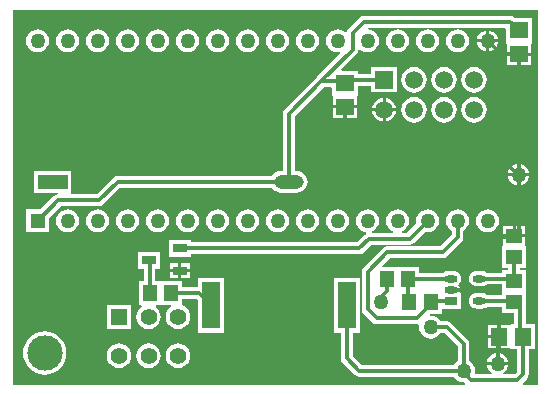
<source format=gbl>
%FSLAX25Y25*%
%MOIN*%
G70*
G01*
G75*
G04 Layer_Physical_Order=2*
G04 Layer_Color=16711680*
%ADD10R,0.04724X0.05512*%
%ADD11R,0.04724X0.04724*%
%ADD12O,0.03937X0.01181*%
%ADD13R,0.03937X0.01181*%
%ADD14R,0.05906X0.05512*%
%ADD15R,0.02992X0.04724*%
%ADD16R,0.05512X0.05906*%
%ADD17C,0.01300*%
%ADD18C,0.01000*%
%ADD19C,0.11811*%
%ADD20R,0.05906X0.05906*%
%ADD21C,0.05906*%
%ADD22R,0.09843X0.04724*%
%ADD23O,0.09843X0.04724*%
%ADD24R,0.05000X0.05000*%
%ADD25C,0.05000*%
%ADD26C,0.05512*%
%ADD27R,0.05512X0.05512*%
%ADD28R,0.05512X0.04724*%
%ADD29R,0.05906X0.15748*%
%ADD30R,0.04724X0.02992*%
%ADD31O,0.04331X0.02559*%
%ADD32R,0.04331X0.02559*%
G36*
X177500Y2500D02*
X172519D01*
X172312Y3000D01*
X173843Y4531D01*
X174274Y5176D01*
X174425Y5937D01*
Y14247D01*
X176493D01*
Y22753D01*
X173488D01*
Y26294D01*
X173556D01*
Y33381D01*
Y40706D01*
X171488D01*
Y41295D01*
X173556D01*
Y48305D01*
X173556Y48426D01*
Y48619D01*
Y48619D01*
X173256Y48995D01*
Y49119D01*
Y51543D01*
X165744D01*
Y49119D01*
Y48995D01*
X165444Y48619D01*
Y48619D01*
Y48426D01*
X165444Y48305D01*
Y41295D01*
X167512D01*
Y40706D01*
X165444D01*
Y39856D01*
X160389D01*
X160044Y40121D01*
X159416Y40380D01*
X158743Y40469D01*
X156971D01*
X156298Y40380D01*
X155670Y40121D01*
X155131Y39707D01*
X154718Y39168D01*
X154458Y38541D01*
X154369Y37867D01*
X154458Y37194D01*
X154718Y36566D01*
X155131Y36028D01*
X155670Y35614D01*
X156298Y35354D01*
X156971Y35265D01*
X158743D01*
X159416Y35354D01*
X160044Y35614D01*
X160389Y35879D01*
X165444D01*
Y33381D01*
Y32375D01*
X160389D01*
X160044Y32640D01*
X159416Y32900D01*
X158743Y32989D01*
X156971D01*
X156298Y32900D01*
X155670Y32640D01*
X155131Y32227D01*
X154718Y31688D01*
X154458Y31060D01*
X154369Y30387D01*
X154458Y29713D01*
X154718Y29086D01*
X155131Y28547D01*
X155670Y28134D01*
X156298Y27874D01*
X156971Y27785D01*
X158743D01*
X159416Y27874D01*
X160044Y28134D01*
X160389Y28399D01*
X165444D01*
Y26294D01*
X169512D01*
Y23106D01*
X169158Y22753D01*
X168695D01*
X168574Y22753D01*
X168381D01*
X168381D01*
X168005Y22453D01*
X167881D01*
X165063D01*
Y18500D01*
Y14547D01*
X167881D01*
X168005D01*
X168381Y14247D01*
X168381D01*
X168574D01*
X168695Y14247D01*
X170449D01*
Y6761D01*
X169676Y5988D01*
X165964D01*
X165837Y6279D01*
X165824Y6488D01*
X166496Y7004D01*
X167057Y7735D01*
X167410Y8586D01*
X167464Y9000D01*
X160536D01*
X160590Y8586D01*
X160943Y7735D01*
X161504Y7004D01*
X162176Y6488D01*
X162163Y6279D01*
X162036Y5988D01*
X156783D01*
X156381Y6488D01*
X156465Y7127D01*
X156335Y8119D01*
X155952Y9043D01*
X155343Y9837D01*
X154621Y10391D01*
Y16127D01*
X154470Y16888D01*
X154039Y17533D01*
X148538Y23033D01*
X147894Y23464D01*
X147133Y23615D01*
X144897D01*
X144343Y24337D01*
X143549Y24946D01*
X142625Y25329D01*
X141692Y25452D01*
X141555Y25627D01*
X141412Y25935D01*
X141501Y26071D01*
X145338D01*
Y27807D01*
X151874D01*
Y32966D01*
X151816D01*
X151487Y33466D01*
X151519Y33627D01*
X148408D01*
Y34627D01*
X151519D01*
X151441Y35017D01*
X150937Y35770D01*
X151234Y36158D01*
X151547Y36566D01*
X151807Y37194D01*
X151896Y37867D01*
X151807Y38541D01*
X151547Y39168D01*
X151134Y39707D01*
X150595Y40121D01*
X149968Y40380D01*
X149294Y40469D01*
X147522D01*
X146849Y40380D01*
X146221Y40121D01*
X145876Y39856D01*
X137838D01*
Y41683D01*
X125654D01*
X125462Y42145D01*
X127956Y44639D01*
X145633D01*
X146394Y44790D01*
X147038Y45221D01*
X152039Y50221D01*
X152470Y50866D01*
X152621Y51627D01*
Y53863D01*
X153343Y54417D01*
X153952Y55211D01*
X154335Y56135D01*
X154465Y57127D01*
X154335Y58119D01*
X153952Y59044D01*
X153343Y59837D01*
X152549Y60446D01*
X151625Y60829D01*
X150633Y60960D01*
X149641Y60829D01*
X148716Y60446D01*
X147923Y59837D01*
X147313Y59044D01*
X146931Y58119D01*
X146800Y57127D01*
X146931Y56135D01*
X147313Y55211D01*
X147923Y54417D01*
X148644Y53863D01*
Y52451D01*
X144809Y48615D01*
X127133D01*
X126372Y48464D01*
X125727Y48033D01*
X119227Y41533D01*
X118796Y40888D01*
X118644Y40127D01*
Y27627D01*
X118796Y26866D01*
X119227Y26221D01*
X122227Y23221D01*
X122872Y22790D01*
X123633Y22639D01*
X136965D01*
X137466Y22739D01*
X137895Y22347D01*
X137800Y21627D01*
X137931Y20635D01*
X138313Y19711D01*
X138923Y18917D01*
X139716Y18308D01*
X140641Y17925D01*
X141633Y17794D01*
X142625Y17925D01*
X143549Y18308D01*
X144343Y18917D01*
X144897Y19639D01*
X146309D01*
X150645Y15304D01*
Y10391D01*
X149923Y9837D01*
X149369Y9115D01*
X118696D01*
X115764Y12048D01*
Y19826D01*
X118028D01*
Y38174D01*
X109523D01*
Y19826D01*
X111787D01*
Y11224D01*
X111939Y10464D01*
X112370Y9819D01*
X116467Y5721D01*
X117112Y5290D01*
X117873Y5139D01*
X149369D01*
X149923Y4417D01*
X150716Y3808D01*
X151641Y3425D01*
X152633Y3294D01*
X152859Y3324D01*
X153177Y2972D01*
X152981Y2500D01*
X2500D01*
Y127500D01*
X177500D01*
Y2500D01*
D02*
G37*
%LPC*%
G36*
X50633Y60960D02*
X49641Y60829D01*
X48716Y60446D01*
X47923Y59837D01*
X47313Y59044D01*
X46931Y58119D01*
X46800Y57127D01*
X46931Y56135D01*
X47313Y55211D01*
X47923Y54417D01*
X48716Y53808D01*
X49641Y53425D01*
X50633Y53294D01*
X51625Y53425D01*
X52549Y53808D01*
X53343Y54417D01*
X53952Y55211D01*
X54335Y56135D01*
X54465Y57127D01*
X54335Y58119D01*
X53952Y59044D01*
X53343Y59837D01*
X52549Y60446D01*
X51625Y60829D01*
X50633Y60960D01*
D02*
G37*
G36*
X60633D02*
X59641Y60829D01*
X58716Y60446D01*
X57923Y59837D01*
X57313Y59044D01*
X56931Y58119D01*
X56800Y57127D01*
X56931Y56135D01*
X57313Y55211D01*
X57923Y54417D01*
X58716Y53808D01*
X59641Y53425D01*
X60633Y53294D01*
X61625Y53425D01*
X62549Y53808D01*
X63343Y54417D01*
X63952Y55211D01*
X64335Y56135D01*
X64465Y57127D01*
X64335Y58119D01*
X63952Y59044D01*
X63343Y59837D01*
X62549Y60446D01*
X61625Y60829D01*
X60633Y60960D01*
D02*
G37*
G36*
X70633D02*
X69641Y60829D01*
X68716Y60446D01*
X67923Y59837D01*
X67313Y59044D01*
X66931Y58119D01*
X66800Y57127D01*
X66931Y56135D01*
X67313Y55211D01*
X67923Y54417D01*
X68716Y53808D01*
X69641Y53425D01*
X70633Y53294D01*
X71625Y53425D01*
X72549Y53808D01*
X73343Y54417D01*
X73952Y55211D01*
X74335Y56135D01*
X74465Y57127D01*
X74335Y58119D01*
X73952Y59044D01*
X73343Y59837D01*
X72549Y60446D01*
X71625Y60829D01*
X70633Y60960D01*
D02*
G37*
G36*
X40633D02*
X39641Y60829D01*
X38716Y60446D01*
X37922Y59837D01*
X37313Y59044D01*
X36931Y58119D01*
X36800Y57127D01*
X36931Y56135D01*
X37313Y55211D01*
X37922Y54417D01*
X38716Y53808D01*
X39641Y53425D01*
X40633Y53294D01*
X41625Y53425D01*
X42549Y53808D01*
X43343Y54417D01*
X43952Y55211D01*
X44335Y56135D01*
X44465Y57127D01*
X44335Y58119D01*
X43952Y59044D01*
X43343Y59837D01*
X42549Y60446D01*
X41625Y60829D01*
X40633Y60960D01*
D02*
G37*
G36*
X140633D02*
X139641Y60829D01*
X138716Y60446D01*
X137923Y59837D01*
X137313Y59044D01*
X136931Y58119D01*
X136800Y57127D01*
X136919Y56225D01*
X133809Y53115D01*
X132184D01*
X132084Y53615D01*
X132549Y53808D01*
X133343Y54417D01*
X133952Y55211D01*
X134335Y56135D01*
X134465Y57127D01*
X134335Y58119D01*
X133952Y59044D01*
X133343Y59837D01*
X132549Y60446D01*
X131625Y60829D01*
X130633Y60960D01*
X129641Y60829D01*
X128716Y60446D01*
X127922Y59837D01*
X127313Y59044D01*
X126930Y58119D01*
X126800Y57127D01*
X126930Y56135D01*
X127313Y55211D01*
X127922Y54417D01*
X128716Y53808D01*
X129181Y53615D01*
X129081Y53115D01*
X122184D01*
X122084Y53615D01*
X122549Y53808D01*
X123343Y54417D01*
X123952Y55211D01*
X124335Y56135D01*
X124465Y57127D01*
X124335Y58119D01*
X123952Y59044D01*
X123343Y59837D01*
X122549Y60446D01*
X121625Y60829D01*
X120633Y60960D01*
X119641Y60829D01*
X118716Y60446D01*
X117922Y59837D01*
X117313Y59044D01*
X116930Y58119D01*
X116800Y57127D01*
X116930Y56135D01*
X117313Y55211D01*
X117922Y54417D01*
X118716Y53808D01*
X119641Y53425D01*
X120071Y53368D01*
X120193Y52848D01*
X119721Y52533D01*
X117113Y49925D01*
X61674D01*
Y50733D01*
X54350D01*
Y45141D01*
X61674D01*
Y45949D01*
X117937D01*
X118698Y46100D01*
X119343Y46531D01*
X121951Y49139D01*
X134633D01*
X135394Y49290D01*
X136038Y49721D01*
X139730Y53413D01*
X140633Y53294D01*
X141625Y53425D01*
X142549Y53808D01*
X143343Y54417D01*
X143952Y55211D01*
X144335Y56135D01*
X144465Y57127D01*
X144335Y58119D01*
X143952Y59044D01*
X143343Y59837D01*
X142549Y60446D01*
X141625Y60829D01*
X140633Y60960D01*
D02*
G37*
G36*
X20633D02*
X19641Y60829D01*
X18716Y60446D01*
X17922Y59837D01*
X17313Y59044D01*
X16930Y58119D01*
X16800Y57127D01*
X16930Y56135D01*
X17313Y55211D01*
X17922Y54417D01*
X18716Y53808D01*
X19641Y53425D01*
X20633Y53294D01*
X21625Y53425D01*
X22549Y53808D01*
X23343Y54417D01*
X23952Y55211D01*
X24335Y56135D01*
X24465Y57127D01*
X24335Y58119D01*
X23952Y59044D01*
X23343Y59837D01*
X22549Y60446D01*
X21625Y60829D01*
X20633Y60960D01*
D02*
G37*
G36*
X30633D02*
X29641Y60829D01*
X28716Y60446D01*
X27922Y59837D01*
X27313Y59044D01*
X26930Y58119D01*
X26800Y57127D01*
X26930Y56135D01*
X27313Y55211D01*
X27922Y54417D01*
X28716Y53808D01*
X29641Y53425D01*
X30633Y53294D01*
X31625Y53425D01*
X32549Y53808D01*
X33343Y54417D01*
X33952Y55211D01*
X34335Y56135D01*
X34465Y57127D01*
X34335Y58119D01*
X33952Y59044D01*
X33343Y59837D01*
X32549Y60446D01*
X31625Y60829D01*
X30633Y60960D01*
D02*
G37*
G36*
X80633D02*
X79641Y60829D01*
X78716Y60446D01*
X77922Y59837D01*
X77313Y59044D01*
X76930Y58119D01*
X76800Y57127D01*
X76930Y56135D01*
X77313Y55211D01*
X77922Y54417D01*
X78716Y53808D01*
X79641Y53425D01*
X80633Y53294D01*
X81625Y53425D01*
X82549Y53808D01*
X83343Y54417D01*
X83952Y55211D01*
X84335Y56135D01*
X84465Y57127D01*
X84335Y58119D01*
X83952Y59044D01*
X83343Y59837D01*
X82549Y60446D01*
X81625Y60829D01*
X80633Y60960D01*
D02*
G37*
G36*
X170500Y72000D02*
X167536D01*
X167590Y71586D01*
X167943Y70735D01*
X168504Y70004D01*
X169235Y69443D01*
X170086Y69090D01*
X170500Y69036D01*
Y72000D01*
D02*
G37*
G36*
X174464D02*
X171500D01*
Y69036D01*
X171914Y69090D01*
X172765Y69443D01*
X173496Y70004D01*
X174057Y70735D01*
X174410Y71586D01*
X174464Y72000D01*
D02*
G37*
G36*
X170500Y75964D02*
X170086Y75910D01*
X169235Y75557D01*
X168504Y74996D01*
X167943Y74265D01*
X167590Y73414D01*
X167536Y73000D01*
X170500D01*
Y75964D01*
D02*
G37*
G36*
X160633Y60960D02*
X159641Y60829D01*
X158716Y60446D01*
X157922Y59837D01*
X157313Y59044D01*
X156930Y58119D01*
X156800Y57127D01*
X156930Y56135D01*
X157313Y55211D01*
X157922Y54417D01*
X158716Y53808D01*
X159641Y53425D01*
X160633Y53294D01*
X161625Y53425D01*
X162549Y53808D01*
X163343Y54417D01*
X163952Y55211D01*
X164335Y56135D01*
X164465Y57127D01*
X164335Y58119D01*
X163952Y59044D01*
X163343Y59837D01*
X162549Y60446D01*
X161625Y60829D01*
X160633Y60960D01*
D02*
G37*
G36*
X90633D02*
X89641Y60829D01*
X88716Y60446D01*
X87923Y59837D01*
X87313Y59044D01*
X86931Y58119D01*
X86800Y57127D01*
X86931Y56135D01*
X87313Y55211D01*
X87923Y54417D01*
X88716Y53808D01*
X89641Y53425D01*
X90633Y53294D01*
X91625Y53425D01*
X92549Y53808D01*
X93343Y54417D01*
X93952Y55211D01*
X94335Y56135D01*
X94465Y57127D01*
X94335Y58119D01*
X93952Y59044D01*
X93343Y59837D01*
X92549Y60446D01*
X91625Y60829D01*
X90633Y60960D01*
D02*
G37*
G36*
X100633D02*
X99641Y60829D01*
X98716Y60446D01*
X97922Y59837D01*
X97313Y59044D01*
X96930Y58119D01*
X96800Y57127D01*
X96930Y56135D01*
X97313Y55211D01*
X97922Y54417D01*
X98716Y53808D01*
X99641Y53425D01*
X100633Y53294D01*
X101625Y53425D01*
X102549Y53808D01*
X103343Y54417D01*
X103952Y55211D01*
X104335Y56135D01*
X104465Y57127D01*
X104335Y58119D01*
X103952Y59044D01*
X103343Y59837D01*
X102549Y60446D01*
X101625Y60829D01*
X100633Y60960D01*
D02*
G37*
G36*
X110633D02*
X109641Y60829D01*
X108716Y60446D01*
X107922Y59837D01*
X107313Y59044D01*
X106930Y58119D01*
X106800Y57127D01*
X106930Y56135D01*
X107313Y55211D01*
X107922Y54417D01*
X108716Y53808D01*
X109641Y53425D01*
X110633Y53294D01*
X111625Y53425D01*
X112549Y53808D01*
X113343Y54417D01*
X113952Y55211D01*
X114335Y56135D01*
X114465Y57127D01*
X114335Y58119D01*
X113952Y59044D01*
X113343Y59837D01*
X112549Y60446D01*
X111625Y60829D01*
X110633Y60960D01*
D02*
G37*
G36*
X173256Y55405D02*
X170000D01*
Y52543D01*
X173256D01*
Y55405D01*
D02*
G37*
G36*
X163500Y12964D02*
X163086Y12910D01*
X162235Y12557D01*
X161504Y11996D01*
X160943Y11265D01*
X160590Y10414D01*
X160536Y10000D01*
X163500D01*
Y12964D01*
D02*
G37*
G36*
X164500D02*
Y10000D01*
X167464D01*
X167410Y10414D01*
X167057Y11265D01*
X166496Y11996D01*
X165765Y12557D01*
X164914Y12910D01*
X164500Y12964D01*
D02*
G37*
G36*
X164063Y18000D02*
X160807D01*
Y14547D01*
X164063D01*
Y18000D01*
D02*
G37*
G36*
X57475Y16222D02*
X56416Y16083D01*
X55430Y15674D01*
X54583Y15024D01*
X53932Y14177D01*
X53524Y13190D01*
X53384Y12131D01*
X53524Y11072D01*
X53932Y10086D01*
X54583Y9238D01*
X55430Y8588D01*
X56416Y8180D01*
X57475Y8040D01*
X58534Y8180D01*
X59521Y8588D01*
X60368Y9238D01*
X61018Y10086D01*
X61427Y11072D01*
X61566Y12131D01*
X61427Y13190D01*
X61018Y14177D01*
X60368Y15024D01*
X59521Y15674D01*
X58534Y16083D01*
X57475Y16222D01*
D02*
G37*
G36*
X13000Y20240D02*
X11587Y20101D01*
X10229Y19689D01*
X8978Y19020D01*
X7880Y18120D01*
X6980Y17022D01*
X6311Y15771D01*
X5899Y14412D01*
X5760Y13000D01*
X5899Y11587D01*
X6311Y10229D01*
X6980Y8978D01*
X7880Y7880D01*
X8978Y6980D01*
X10229Y6311D01*
X11587Y5899D01*
X13000Y5760D01*
X14412Y5899D01*
X15771Y6311D01*
X17022Y6980D01*
X18120Y7880D01*
X19020Y8978D01*
X19689Y10229D01*
X20101Y11587D01*
X20240Y13000D01*
X20101Y14412D01*
X19689Y15771D01*
X19020Y17022D01*
X18120Y18120D01*
X17022Y19020D01*
X15771Y19689D01*
X14412Y20101D01*
X13000Y20240D01*
D02*
G37*
G36*
X37790Y16222D02*
X36731Y16083D01*
X35745Y15674D01*
X34897Y15024D01*
X34247Y14177D01*
X33838Y13190D01*
X33699Y12131D01*
X33838Y11072D01*
X34247Y10086D01*
X34897Y9238D01*
X35745Y8588D01*
X36731Y8180D01*
X37790Y8040D01*
X38849Y8180D01*
X39836Y8588D01*
X40683Y9238D01*
X41333Y10086D01*
X41742Y11072D01*
X41881Y12131D01*
X41742Y13190D01*
X41333Y14177D01*
X40683Y15024D01*
X39836Y15674D01*
X38849Y16083D01*
X37790Y16222D01*
D02*
G37*
G36*
X47633D02*
X46574Y16083D01*
X45587Y15674D01*
X44740Y15024D01*
X44090Y14177D01*
X43681Y13190D01*
X43542Y12131D01*
X43681Y11072D01*
X44090Y10086D01*
X44740Y9238D01*
X45587Y8588D01*
X46574Y8180D01*
X47633Y8040D01*
X48691Y8180D01*
X49678Y8588D01*
X50525Y9238D01*
X51175Y10086D01*
X51584Y11072D01*
X51724Y12131D01*
X51584Y13190D01*
X51175Y14177D01*
X50525Y15024D01*
X49678Y15674D01*
X48691Y16083D01*
X47633Y16222D01*
D02*
G37*
G36*
X164063Y22453D02*
X160807D01*
Y19000D01*
X164063D01*
Y22453D01*
D02*
G37*
G36*
X57512Y42953D02*
X54650D01*
Y40957D01*
X57512D01*
Y42953D01*
D02*
G37*
G36*
X61374D02*
X58512D01*
Y40957D01*
X61374D01*
Y42953D01*
D02*
G37*
G36*
X169000Y55405D02*
X165744D01*
Y52543D01*
X169000D01*
Y55405D01*
D02*
G37*
G36*
X61374Y39957D02*
X58512D01*
Y37960D01*
X61374D01*
Y39957D01*
D02*
G37*
G36*
X51438Y46796D02*
X44113D01*
Y41204D01*
X45968D01*
Y37056D01*
X44294D01*
Y28944D01*
X45128D01*
X45298Y28444D01*
X44740Y28016D01*
X44090Y27169D01*
X43681Y26182D01*
X43542Y25123D01*
X43681Y24064D01*
X44090Y23078D01*
X44740Y22230D01*
X45587Y21580D01*
X46574Y21172D01*
X47633Y21032D01*
X48691Y21172D01*
X49678Y21580D01*
X50525Y22230D01*
X51175Y23078D01*
X51584Y24064D01*
X51724Y25123D01*
X51584Y26182D01*
X51175Y27169D01*
X50525Y28016D01*
X49967Y28444D01*
X50137Y28944D01*
X54971D01*
X55141Y28444D01*
X54583Y28016D01*
X53932Y27169D01*
X53524Y26182D01*
X53384Y25123D01*
X53524Y24064D01*
X53932Y23078D01*
X54583Y22230D01*
X55430Y21580D01*
X56416Y21172D01*
X57475Y21032D01*
X58534Y21172D01*
X59521Y21580D01*
X60368Y22230D01*
X61018Y23078D01*
X61427Y24064D01*
X61566Y25123D01*
X61427Y26182D01*
X61018Y27169D01*
X60368Y28016D01*
X59521Y28666D01*
X58706Y29004D01*
Y31012D01*
X63677D01*
X64247Y30441D01*
Y19826D01*
X72753D01*
Y38174D01*
X64247D01*
Y34988D01*
X58706D01*
Y37056D01*
X49945D01*
Y41204D01*
X51438D01*
Y46796D01*
D02*
G37*
G36*
X41846Y29179D02*
X33734D01*
Y21067D01*
X41846D01*
Y29179D01*
D02*
G37*
G36*
X57512Y39957D02*
X54650D01*
Y37960D01*
X57512D01*
Y39957D01*
D02*
G37*
G36*
X171500Y75964D02*
Y73000D01*
X174464D01*
X174410Y73414D01*
X174057Y74265D01*
X173496Y74996D01*
X172765Y75557D01*
X171914Y75910D01*
X171500Y75964D01*
D02*
G37*
G36*
X70633Y120960D02*
X69641Y120829D01*
X68716Y120446D01*
X67923Y119837D01*
X67313Y119044D01*
X66931Y118119D01*
X66800Y117127D01*
X66931Y116135D01*
X67313Y115211D01*
X67923Y114417D01*
X68716Y113808D01*
X69641Y113425D01*
X70633Y113294D01*
X71625Y113425D01*
X72549Y113808D01*
X73343Y114417D01*
X73952Y115211D01*
X74335Y116135D01*
X74465Y117127D01*
X74335Y118119D01*
X73952Y119044D01*
X73343Y119837D01*
X72549Y120446D01*
X71625Y120829D01*
X70633Y120960D01*
D02*
G37*
G36*
X60633D02*
X59641Y120829D01*
X58716Y120446D01*
X57923Y119837D01*
X57313Y119044D01*
X56931Y118119D01*
X56800Y117127D01*
X56931Y116135D01*
X57313Y115211D01*
X57923Y114417D01*
X58716Y113808D01*
X59641Y113425D01*
X60633Y113294D01*
X61625Y113425D01*
X62549Y113808D01*
X63343Y114417D01*
X63952Y115211D01*
X64335Y116135D01*
X64465Y117127D01*
X64335Y118119D01*
X63952Y119044D01*
X63343Y119837D01*
X62549Y120446D01*
X61625Y120829D01*
X60633Y120960D01*
D02*
G37*
G36*
X90633D02*
X89641Y120829D01*
X88716Y120446D01*
X87923Y119837D01*
X87313Y119044D01*
X86931Y118119D01*
X86800Y117127D01*
X86931Y116135D01*
X87313Y115211D01*
X87923Y114417D01*
X88716Y113808D01*
X89641Y113425D01*
X90633Y113294D01*
X91625Y113425D01*
X92549Y113808D01*
X93343Y114417D01*
X93952Y115211D01*
X94335Y116135D01*
X94465Y117127D01*
X94335Y118119D01*
X93952Y119044D01*
X93343Y119837D01*
X92549Y120446D01*
X91625Y120829D01*
X90633Y120960D01*
D02*
G37*
G36*
X80633D02*
X79641Y120829D01*
X78716Y120446D01*
X77922Y119837D01*
X77313Y119044D01*
X76930Y118119D01*
X76800Y117127D01*
X76930Y116135D01*
X77313Y115211D01*
X77922Y114417D01*
X78716Y113808D01*
X79641Y113425D01*
X80633Y113294D01*
X81625Y113425D01*
X82549Y113808D01*
X83343Y114417D01*
X83952Y115211D01*
X84335Y116135D01*
X84465Y117127D01*
X84335Y118119D01*
X83952Y119044D01*
X83343Y119837D01*
X82549Y120446D01*
X81625Y120829D01*
X80633Y120960D01*
D02*
G37*
G36*
X30633D02*
X29641Y120829D01*
X28716Y120446D01*
X27922Y119837D01*
X27313Y119044D01*
X26930Y118119D01*
X26800Y117127D01*
X26930Y116135D01*
X27313Y115211D01*
X27922Y114417D01*
X28716Y113808D01*
X29641Y113425D01*
X30633Y113294D01*
X31625Y113425D01*
X32549Y113808D01*
X33343Y114417D01*
X33952Y115211D01*
X34335Y116135D01*
X34465Y117127D01*
X34335Y118119D01*
X33952Y119044D01*
X33343Y119837D01*
X32549Y120446D01*
X31625Y120829D01*
X30633Y120960D01*
D02*
G37*
G36*
X20633D02*
X19641Y120829D01*
X18716Y120446D01*
X17922Y119837D01*
X17313Y119044D01*
X16930Y118119D01*
X16800Y117127D01*
X16930Y116135D01*
X17313Y115211D01*
X17922Y114417D01*
X18716Y113808D01*
X19641Y113425D01*
X20633Y113294D01*
X21625Y113425D01*
X22549Y113808D01*
X23343Y114417D01*
X23952Y115211D01*
X24335Y116135D01*
X24465Y117127D01*
X24335Y118119D01*
X23952Y119044D01*
X23343Y119837D01*
X22549Y120446D01*
X21625Y120829D01*
X20633Y120960D01*
D02*
G37*
G36*
X50633D02*
X49641Y120829D01*
X48716Y120446D01*
X47923Y119837D01*
X47313Y119044D01*
X46931Y118119D01*
X46800Y117127D01*
X46931Y116135D01*
X47313Y115211D01*
X47923Y114417D01*
X48716Y113808D01*
X49641Y113425D01*
X50633Y113294D01*
X51625Y113425D01*
X52549Y113808D01*
X53343Y114417D01*
X53952Y115211D01*
X54335Y116135D01*
X54465Y117127D01*
X54335Y118119D01*
X53952Y119044D01*
X53343Y119837D01*
X52549Y120446D01*
X51625Y120829D01*
X50633Y120960D01*
D02*
G37*
G36*
X40633D02*
X39641Y120829D01*
X38716Y120446D01*
X37922Y119837D01*
X37313Y119044D01*
X36931Y118119D01*
X36800Y117127D01*
X36931Y116135D01*
X37313Y115211D01*
X37922Y114417D01*
X38716Y113808D01*
X39641Y113425D01*
X40633Y113294D01*
X41625Y113425D01*
X42549Y113808D01*
X43343Y114417D01*
X43952Y115211D01*
X44335Y116135D01*
X44465Y117127D01*
X44335Y118119D01*
X43952Y119044D01*
X43343Y119837D01*
X42549Y120446D01*
X41625Y120829D01*
X40633Y120960D01*
D02*
G37*
G36*
X164097Y116627D02*
X161133D01*
Y113663D01*
X161546Y113717D01*
X162398Y114070D01*
X163129Y114631D01*
X163690Y115362D01*
X164043Y116213D01*
X164097Y116627D01*
D02*
G37*
G36*
X160133D02*
X157168D01*
X157223Y116213D01*
X157575Y115362D01*
X158136Y114631D01*
X158868Y114070D01*
X159719Y113717D01*
X160133Y113663D01*
Y116627D01*
D02*
G37*
G36*
X161133Y120591D02*
Y117627D01*
X164097D01*
X164043Y118041D01*
X163690Y118892D01*
X163129Y119623D01*
X162398Y120184D01*
X161546Y120537D01*
X161133Y120591D01*
D02*
G37*
G36*
X160133D02*
X159719Y120537D01*
X158868Y120184D01*
X158136Y119623D01*
X157575Y118892D01*
X157223Y118041D01*
X157168Y117627D01*
X160133D01*
Y120591D01*
D02*
G37*
G36*
X130633Y120960D02*
X129641Y120829D01*
X128716Y120446D01*
X127922Y119837D01*
X127313Y119044D01*
X126930Y118119D01*
X126800Y117127D01*
X126930Y116135D01*
X127313Y115211D01*
X127922Y114417D01*
X128716Y113808D01*
X129641Y113425D01*
X130633Y113294D01*
X131625Y113425D01*
X132549Y113808D01*
X133343Y114417D01*
X133952Y115211D01*
X134335Y116135D01*
X134465Y117127D01*
X134335Y118119D01*
X133952Y119044D01*
X133343Y119837D01*
X132549Y120446D01*
X131625Y120829D01*
X130633Y120960D01*
D02*
G37*
G36*
X100633D02*
X99641Y120829D01*
X98716Y120446D01*
X97922Y119837D01*
X97313Y119044D01*
X96930Y118119D01*
X96800Y117127D01*
X96930Y116135D01*
X97313Y115211D01*
X97922Y114417D01*
X98716Y113808D01*
X99641Y113425D01*
X100633Y113294D01*
X101625Y113425D01*
X102549Y113808D01*
X103343Y114417D01*
X103952Y115211D01*
X104335Y116135D01*
X104465Y117127D01*
X104335Y118119D01*
X103952Y119044D01*
X103343Y119837D01*
X102549Y120446D01*
X101625Y120829D01*
X100633Y120960D01*
D02*
G37*
G36*
X150633D02*
X149641Y120829D01*
X148716Y120446D01*
X147923Y119837D01*
X147313Y119044D01*
X146931Y118119D01*
X146800Y117127D01*
X146931Y116135D01*
X147313Y115211D01*
X147923Y114417D01*
X148716Y113808D01*
X149641Y113425D01*
X150633Y113294D01*
X151625Y113425D01*
X152549Y113808D01*
X153343Y114417D01*
X153952Y115211D01*
X154335Y116135D01*
X154465Y117127D01*
X154335Y118119D01*
X153952Y119044D01*
X153343Y119837D01*
X152549Y120446D01*
X151625Y120829D01*
X150633Y120960D01*
D02*
G37*
G36*
X140633D02*
X139641Y120829D01*
X138716Y120446D01*
X137923Y119837D01*
X137313Y119044D01*
X136931Y118119D01*
X136800Y117127D01*
X136931Y116135D01*
X137313Y115211D01*
X137923Y114417D01*
X138716Y113808D01*
X139641Y113425D01*
X140633Y113294D01*
X141625Y113425D01*
X142549Y113808D01*
X143343Y114417D01*
X143952Y115211D01*
X144335Y116135D01*
X144465Y117127D01*
X144335Y118119D01*
X143952Y119044D01*
X143343Y119837D01*
X142549Y120446D01*
X141625Y120829D01*
X140633Y120960D01*
D02*
G37*
G36*
X112633Y94690D02*
X109180D01*
Y91434D01*
X112633D01*
Y94690D01*
D02*
G37*
G36*
X130054Y93627D02*
X126633D01*
Y90206D01*
X127164Y90276D01*
X128126Y90674D01*
X128952Y91308D01*
X129585Y92134D01*
X129984Y93095D01*
X130054Y93627D01*
D02*
G37*
G36*
X125633Y98048D02*
X125101Y97978D01*
X124139Y97580D01*
X123313Y96946D01*
X122680Y96121D01*
X122282Y95159D01*
X122212Y94627D01*
X125633D01*
Y98048D01*
D02*
G37*
G36*
X117085Y94690D02*
X113633D01*
Y91434D01*
X117085D01*
Y94690D01*
D02*
G37*
G36*
X146133Y98417D02*
X145022Y98270D01*
X143988Y97842D01*
X143099Y97160D01*
X142418Y96272D01*
X141989Y95237D01*
X141843Y94127D01*
X141989Y93017D01*
X142418Y91982D01*
X143099Y91094D01*
X143988Y90412D01*
X145022Y89984D01*
X146133Y89838D01*
X147243Y89984D01*
X148277Y90412D01*
X149166Y91094D01*
X149847Y91982D01*
X150276Y93017D01*
X150422Y94127D01*
X150276Y95237D01*
X149847Y96272D01*
X149166Y97160D01*
X148277Y97842D01*
X147243Y98270D01*
X146133Y98417D01*
D02*
G37*
G36*
X136133D02*
X135022Y98270D01*
X133988Y97842D01*
X133099Y97160D01*
X132418Y96272D01*
X131989Y95237D01*
X131843Y94127D01*
X131989Y93017D01*
X132418Y91982D01*
X133099Y91094D01*
X133988Y90412D01*
X135022Y89984D01*
X136133Y89838D01*
X137243Y89984D01*
X138277Y90412D01*
X139166Y91094D01*
X139847Y91982D01*
X140276Y93017D01*
X140422Y94127D01*
X140276Y95237D01*
X139847Y96272D01*
X139166Y97160D01*
X138277Y97842D01*
X137243Y98270D01*
X136133Y98417D01*
D02*
G37*
G36*
X125633Y93627D02*
X122212D01*
X122282Y93095D01*
X122680Y92134D01*
X123313Y91308D01*
X124139Y90674D01*
X125101Y90276D01*
X125633Y90206D01*
Y93627D01*
D02*
G37*
G36*
X156133Y98417D02*
X155023Y98270D01*
X153988Y97842D01*
X153100Y97160D01*
X152418Y96272D01*
X151989Y95237D01*
X151843Y94127D01*
X151989Y93017D01*
X152418Y91982D01*
X153100Y91094D01*
X153988Y90412D01*
X155023Y89984D01*
X156133Y89838D01*
X157243Y89984D01*
X158277Y90412D01*
X159166Y91094D01*
X159847Y91982D01*
X160276Y93017D01*
X160422Y94127D01*
X160276Y95237D01*
X159847Y96272D01*
X159166Y97160D01*
X158277Y97842D01*
X157243Y98270D01*
X156133Y98417D01*
D02*
G37*
G36*
X175085Y112190D02*
X171633D01*
Y108934D01*
X175085D01*
Y112190D01*
D02*
G37*
G36*
X170633D02*
X167180D01*
Y108934D01*
X170633D01*
Y112190D01*
D02*
G37*
G36*
X10633Y120960D02*
X9641Y120829D01*
X8716Y120446D01*
X7923Y119837D01*
X7313Y119044D01*
X6931Y118119D01*
X6800Y117127D01*
X6931Y116135D01*
X7313Y115211D01*
X7923Y114417D01*
X8716Y113808D01*
X9641Y113425D01*
X10633Y113294D01*
X11625Y113425D01*
X12549Y113808D01*
X13343Y114417D01*
X13952Y115211D01*
X14335Y116135D01*
X14465Y117127D01*
X14335Y118119D01*
X13952Y119044D01*
X13343Y119837D01*
X12549Y120446D01*
X11625Y120829D01*
X10633Y120960D01*
D02*
G37*
G36*
X168197Y125488D02*
X119506D01*
X118745Y125337D01*
X118100Y124906D01*
X114227Y121033D01*
X113796Y120388D01*
X113745Y120134D01*
X113644Y120059D01*
X113198Y119948D01*
X112549Y120446D01*
X111625Y120829D01*
X110633Y120960D01*
X109641Y120829D01*
X108716Y120446D01*
X107922Y119837D01*
X107313Y119044D01*
X106930Y118119D01*
X106800Y117127D01*
X106930Y116135D01*
X107313Y115211D01*
X107922Y114417D01*
X108716Y113808D01*
X109641Y113425D01*
X110633Y113294D01*
X111379Y113393D01*
X111613Y112919D01*
X103727Y105033D01*
X92967Y94273D01*
X92536Y93628D01*
X92385Y92867D01*
Y73821D01*
X91814D01*
X90858Y73695D01*
X89967Y73326D01*
X89202Y72739D01*
X88723Y72115D01*
X37339D01*
X36579Y71964D01*
X35934Y71533D01*
X30389Y65988D01*
X21910D01*
X21854Y66465D01*
X21854Y66488D01*
Y73789D01*
X9411D01*
Y66465D01*
X17339D01*
X17388Y65965D01*
X16745Y65837D01*
X16100Y65406D01*
X11621Y60927D01*
X6833D01*
Y53327D01*
X14433D01*
Y58115D01*
X18329Y62012D01*
X31212D01*
X31973Y62163D01*
X32618Y62594D01*
X38163Y68139D01*
X88723D01*
X89202Y67515D01*
X89967Y66928D01*
X90858Y66559D01*
X91814Y66433D01*
X96932D01*
X97888Y66559D01*
X98779Y66928D01*
X99544Y67515D01*
X100131Y68280D01*
X100500Y69171D01*
X100626Y70127D01*
X100500Y71083D01*
X100131Y71974D01*
X99544Y72739D01*
X98779Y73326D01*
X97888Y73695D01*
X96932Y73821D01*
X96361D01*
Y92044D01*
X105956Y101639D01*
X108526D01*
X108880Y101285D01*
Y99322D01*
X108880Y99201D01*
Y99008D01*
Y99008D01*
X109180Y98633D01*
Y98508D01*
Y95690D01*
X117085D01*
Y98508D01*
Y98633D01*
X117385Y99008D01*
Y99008D01*
Y99201D01*
X117385Y99322D01*
Y102139D01*
X121880D01*
Y99874D01*
X130385D01*
Y108380D01*
X121880D01*
Y106115D01*
X117385D01*
Y107120D01*
X112091D01*
X111899Y107582D01*
X117039Y112721D01*
X117470Y113366D01*
X117604Y114044D01*
X117843Y114188D01*
X118121Y114265D01*
X118716Y113808D01*
X119641Y113425D01*
X120633Y113294D01*
X121625Y113425D01*
X122549Y113808D01*
X123343Y114417D01*
X123952Y115211D01*
X124335Y116135D01*
X124465Y117127D01*
X124335Y118119D01*
X123952Y119044D01*
X123343Y119837D01*
X122549Y120446D01*
X121625Y120829D01*
X120913Y120923D01*
X120647Y121442D01*
X120690Y121512D01*
X166526D01*
X166880Y121158D01*
Y116822D01*
X166880Y116701D01*
Y116508D01*
Y116508D01*
X167180Y116132D01*
Y116008D01*
Y113190D01*
X175085D01*
Y116008D01*
Y116132D01*
X175385Y116508D01*
Y116508D01*
Y116701D01*
X175385Y116822D01*
Y124620D01*
X169888D01*
X169603Y124906D01*
X168958Y125337D01*
X168197Y125488D01*
D02*
G37*
G36*
X136133Y108417D02*
X135022Y108270D01*
X133988Y107842D01*
X133099Y107160D01*
X132418Y106272D01*
X131989Y105237D01*
X131843Y104127D01*
X131989Y103017D01*
X132418Y101982D01*
X133099Y101094D01*
X133988Y100412D01*
X135022Y99984D01*
X136133Y99838D01*
X137243Y99984D01*
X138277Y100412D01*
X139166Y101094D01*
X139847Y101982D01*
X140276Y103017D01*
X140422Y104127D01*
X140276Y105237D01*
X139847Y106272D01*
X139166Y107160D01*
X138277Y107842D01*
X137243Y108270D01*
X136133Y108417D01*
D02*
G37*
G36*
X126633Y98048D02*
Y94627D01*
X130054D01*
X129984Y95159D01*
X129585Y96121D01*
X128952Y96946D01*
X128126Y97580D01*
X127164Y97978D01*
X126633Y98048D01*
D02*
G37*
G36*
X156133Y108417D02*
X155023Y108270D01*
X153988Y107842D01*
X153100Y107160D01*
X152418Y106272D01*
X151989Y105237D01*
X151843Y104127D01*
X151989Y103017D01*
X152418Y101982D01*
X153100Y101094D01*
X153988Y100412D01*
X155023Y99984D01*
X156133Y99838D01*
X157243Y99984D01*
X158277Y100412D01*
X159166Y101094D01*
X159847Y101982D01*
X160276Y103017D01*
X160422Y104127D01*
X160276Y105237D01*
X159847Y106272D01*
X159166Y107160D01*
X158277Y107842D01*
X157243Y108270D01*
X156133Y108417D01*
D02*
G37*
G36*
X146133D02*
X145022Y108270D01*
X143988Y107842D01*
X143099Y107160D01*
X142418Y106272D01*
X141989Y105237D01*
X141843Y104127D01*
X141989Y103017D01*
X142418Y101982D01*
X143099Y101094D01*
X143988Y100412D01*
X145022Y99984D01*
X146133Y99838D01*
X147243Y99984D01*
X148277Y100412D01*
X149166Y101094D01*
X149847Y101982D01*
X150276Y103017D01*
X150422Y104127D01*
X150276Y105237D01*
X149847Y106272D01*
X149166Y107160D01*
X148277Y107842D01*
X147243Y108270D01*
X146133Y108417D01*
D02*
G37*
%LPD*%
D10*
X141676Y30127D02*
D03*
X134589D02*
D03*
X134176Y37627D02*
D03*
X127089D02*
D03*
X47957Y33000D02*
D03*
X55043D02*
D03*
D14*
X113133Y95190D02*
D03*
Y103064D02*
D03*
X171133Y112690D02*
D03*
Y120564D02*
D03*
D16*
X164563Y18500D02*
D03*
X172437D02*
D03*
D17*
X158133Y85000D02*
X170816Y72316D01*
X171133Y72500D02*
Y112690D01*
Y51670D02*
Y72000D01*
X116000Y85000D02*
X158133D01*
X113133Y87867D02*
X116000Y85000D01*
X170500Y4000D02*
X172437Y5937D01*
X155000Y4000D02*
X170500D01*
X152633Y6367D02*
X155000Y4000D01*
X164000Y9500D02*
Y15437D01*
X152633Y6367D02*
Y7127D01*
X113133Y87867D02*
Y95190D01*
X169500Y29957D02*
X171500Y27957D01*
Y18000D02*
Y27957D01*
Y18000D02*
X172437Y17063D01*
Y5937D02*
Y17063D01*
X153133Y28627D02*
X156760Y25000D01*
X162000D01*
X164563Y22437D01*
Y16000D02*
Y22437D01*
X105133Y103627D02*
X115633Y114127D01*
Y119627D01*
X113133Y103064D02*
X114196Y104127D01*
X105133Y103627D02*
X112570D01*
X94373Y92867D02*
X105133Y103627D01*
X94373Y70127D02*
Y92867D01*
X114196Y104127D02*
X126133D01*
X152633Y7127D02*
Y16127D01*
X147133Y21627D02*
X152633Y16127D01*
X141633Y21627D02*
X147133D01*
X127089Y33584D02*
Y37627D01*
X125133Y31627D02*
X127089Y33584D01*
X125133Y30127D02*
Y31627D01*
X134176Y30540D02*
Y37627D01*
X134416Y37867D01*
X148408D01*
X141676Y29338D02*
Y30127D01*
X136965Y24627D02*
X141676Y29338D01*
X123633Y24627D02*
X136965D01*
X120633Y27627D02*
X123633Y24627D01*
X141936Y30387D02*
X148408D01*
X120633Y27627D02*
Y40127D01*
X37339Y70127D02*
X94373D01*
X134633Y51127D02*
X140633Y57127D01*
X121127Y51127D02*
X134633D01*
X150633Y51627D02*
Y57127D01*
X145633Y46627D02*
X150633Y51627D01*
X127133Y46627D02*
X145633D01*
X120633Y40127D02*
X127133Y46627D01*
X153133Y34127D02*
Y44127D01*
X160633Y117127D02*
X165070Y112690D01*
X171133D01*
X153133Y28627D02*
Y34127D01*
X148408D02*
X153133D01*
X148408Y30387D02*
X148676Y30119D01*
X157857Y37867D02*
X168676D01*
X169500Y37043D01*
Y44957D01*
X157857Y30387D02*
X169070D01*
X153133Y44127D02*
X160676Y51670D01*
X171133D01*
X10633Y57127D02*
X17505Y64000D01*
X31212D01*
X37339Y70127D01*
X58012Y47937D02*
X117937D01*
X121127Y51127D01*
X55043Y33000D02*
X64500D01*
X68500Y29000D01*
X47957Y33000D02*
Y43819D01*
X113776Y11224D02*
Y29000D01*
Y11224D02*
X117873Y7127D01*
X152633D01*
X115633Y119627D02*
X119506Y123500D01*
X168197D01*
X170120Y121577D01*
D19*
X13000Y13000D02*
D03*
D20*
X126133Y104127D02*
D03*
D21*
X136133D02*
D03*
X156133D02*
D03*
X146133Y94127D02*
D03*
Y104127D02*
D03*
X156133Y94127D02*
D03*
X136133D02*
D03*
X126133D02*
D03*
D22*
X15633Y70127D02*
D03*
D23*
X94373D02*
D03*
D24*
X10633Y57127D02*
D03*
D25*
X20633D02*
D03*
X30633D02*
D03*
X40633D02*
D03*
X50633D02*
D03*
X60633D02*
D03*
X70633D02*
D03*
X80633D02*
D03*
X90633D02*
D03*
X100633D02*
D03*
X110633D02*
D03*
X120633D02*
D03*
X130633D02*
D03*
X140633D02*
D03*
X150633D02*
D03*
X160633D02*
D03*
Y117127D02*
D03*
X150633D02*
D03*
X140633D02*
D03*
X130633D02*
D03*
X120633D02*
D03*
X110633D02*
D03*
X100633D02*
D03*
X90633D02*
D03*
X80633D02*
D03*
X70633D02*
D03*
X60633D02*
D03*
X50633D02*
D03*
X40633D02*
D03*
X30633D02*
D03*
X20633D02*
D03*
X10633D02*
D03*
X171000Y72500D02*
D03*
X164000Y9500D02*
D03*
X141633Y21627D02*
D03*
X152633Y7127D02*
D03*
X125133Y30127D02*
D03*
D26*
X57475Y12131D02*
D03*
X47633D02*
D03*
X37790D02*
D03*
X47633Y25123D02*
D03*
X57475D02*
D03*
D27*
X37790D02*
D03*
D28*
X169500Y37043D02*
D03*
Y29957D02*
D03*
X169500Y44957D02*
D03*
Y52043D02*
D03*
D29*
X68500Y29000D02*
D03*
X113776D02*
D03*
D30*
X58012Y47937D02*
D03*
Y40457D02*
D03*
X47776Y44000D02*
D03*
D31*
X157857Y30387D02*
D03*
Y37867D02*
D03*
X148408D02*
D03*
Y34127D02*
D03*
D32*
Y30387D02*
D03*
M02*

</source>
